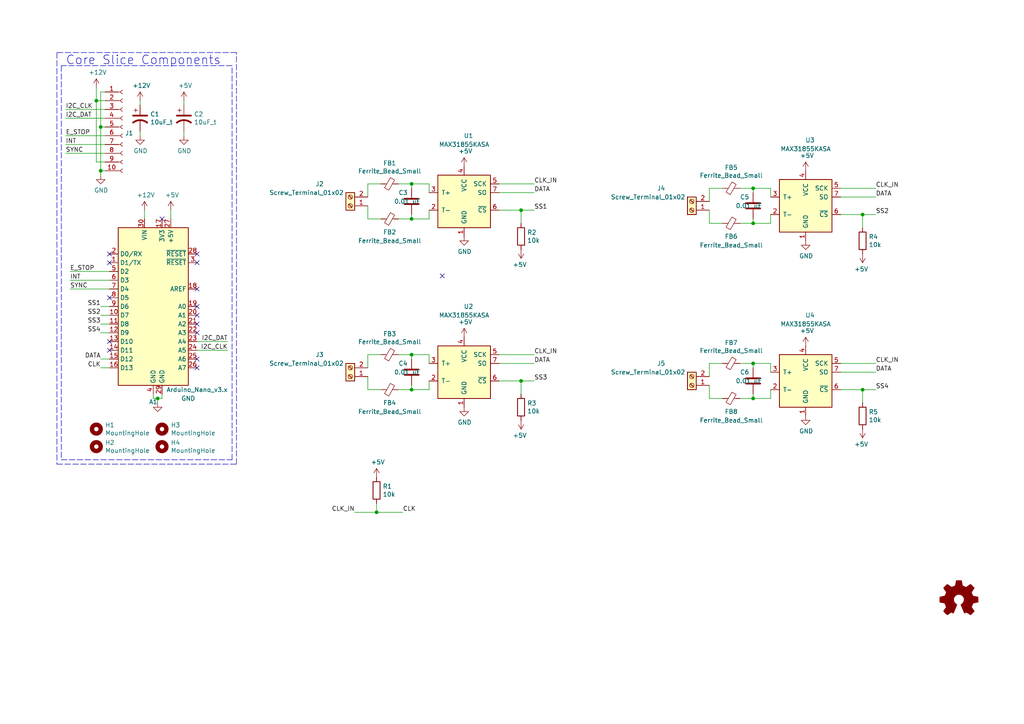
<source format=kicad_sch>
(kicad_sch (version 20231120) (generator "eeschema") (generator_version "8.0")
  (paper "A4")
  (lib_symbols
    (symbol "BREAD_Slice-rescue:10uF_t-OCI_UPL_2_Capacitors" (pin_numbers hide) (pin_names (offset 0.254) hide)
      (property "Reference" "C" (at 0.635 2.54 0))
      (property "Value" "10uF_t-OCI_UPL_2_Capacitors" (at 0.635 -2.54 0))
      (symbol "10uF_t-OCI_UPL_2_Capacitors_0_1"
        (polyline (pts (xy -2.032 0.762) (xy 2.032 0.762)) (stroke (width 0.508)))
        (polyline (pts (xy -1.778 2.286) (xy -0.762 2.286)))
        (polyline (pts (xy -1.27 1.778) (xy -1.27 2.794)))
        (arc (start 2.032 -1.27) (mid 0 -0.5572) (end -2.032 -1.27) (stroke (width 0.508)))
      )
      (symbol "10uF_t-OCI_UPL_2_Capacitors_1_1"
        (pin passive line (at 0 3.81 270) (length 2.794) (name "~") (number "1"))
        (pin passive line (at 0 -3.81 90) (length 3.302) (name "~") (number "2"))
      )
    )
    (symbol "BREAD_Slice-rescue:Ferrite_Bead_Small-Device" (pin_numbers hide) (pin_names (offset 0))
      (property "Reference" "FB" (at 1.905 1.27 0))
      (property "Value" "Ferrite_Bead_Small-Device" (at 1.905 -1.27 0))
      (symbol "Ferrite_Bead_Small-Device_0_1"
        (polyline (pts (xy 0 -1.27) (xy 0 -0.7874)))
        (polyline (pts (xy 0 0.889) (xy 0 1.2954)))
        (polyline (pts (xy -1.8288 0.2794) (xy -1.1176 1.4986) (xy 1.8288 -0.2032) (xy 1.1176 -1.4224) (xy -1.8288 0.2794)))
      )
      (symbol "Ferrite_Bead_Small-Device_1_1"
        (pin passive line (at 0 2.54 270) (length 1.27) (name "~") (number "1"))
        (pin passive line (at 0 -2.54 90) (length 1.27) (name "~") (number "2"))
      )
    )
    (symbol "Connector:Conn_01x10_Female" (pin_names (offset 1.016) hide)
      (property "Reference" "J" (at 0 12.7 0))
      (property "Value" "Conn_01x10_Female" (at 0 -15.24 0))
      (symbol "Conn_01x10_Female_1_1"
        (arc (start 0 -12.192) (mid -0.5058 -12.7) (end 0 -13.208) (stroke (width 0.1524)))
        (arc (start 0 -9.652) (mid -0.5058 -10.16) (end 0 -10.668) (stroke (width 0.1524)))
        (arc (start 0 -7.112) (mid -0.5058 -7.62) (end 0 -8.128) (stroke (width 0.1524)))
        (arc (start 0 -4.572) (mid -0.5058 -5.08) (end 0 -5.588) (stroke (width 0.1524)))
        (arc (start 0 -2.032) (mid -0.5058 -2.54) (end 0 -3.048) (stroke (width 0.1524)))
        (polyline (pts (xy -1.27 -12.7) (xy -0.508 -12.7)) (stroke (width 0.1524)))
        (polyline (pts (xy -1.27 -10.16) (xy -0.508 -10.16)) (stroke (width 0.1524)))
        (polyline (pts (xy -1.27 -7.62) (xy -0.508 -7.62)) (stroke (width 0.1524)))
        (polyline (pts (xy -1.27 -5.08) (xy -0.508 -5.08)) (stroke (width 0.1524)))
        (polyline (pts (xy -1.27 -2.54) (xy -0.508 -2.54)) (stroke (width 0.1524)))
        (polyline (pts (xy -1.27 0) (xy -0.508 0)) (stroke (width 0.1524)))
        (polyline (pts (xy -1.27 2.54) (xy -0.508 2.54)) (stroke (width 0.1524)))
        (polyline (pts (xy -1.27 5.08) (xy -0.508 5.08)) (stroke (width 0.1524)))
        (polyline (pts (xy -1.27 7.62) (xy -0.508 7.62)) (stroke (width 0.1524)))
        (polyline (pts (xy -1.27 10.16) (xy -0.508 10.16)) (stroke (width 0.1524)))
        (arc (start 0 0.508) (mid -0.5058 0) (end 0 -0.508) (stroke (width 0.1524)))
        (arc (start 0 3.048) (mid -0.5058 2.54) (end 0 2.032) (stroke (width 0.1524)))
        (arc (start 0 5.588) (mid -0.5058 5.08) (end 0 4.572) (stroke (width 0.1524)))
        (arc (start 0 8.128) (mid -0.5058 7.62) (end 0 7.112) (stroke (width 0.1524)))
        (arc (start 0 10.668) (mid -0.5058 10.16) (end 0 9.652) (stroke (width 0.1524)))
        (pin passive line (at -5.08 10.16 0) (length 3.81) (name "Pin_1") (number "1"))
        (pin passive line (at -5.08 -12.7 0) (length 3.81) (name "Pin_10") (number "10"))
        (pin passive line (at -5.08 7.62 0) (length 3.81) (name "Pin_2") (number "2"))
        (pin passive line (at -5.08 5.08 0) (length 3.81) (name "Pin_3") (number "3"))
        (pin passive line (at -5.08 2.54 0) (length 3.81) (name "Pin_4") (number "4"))
        (pin passive line (at -5.08 0 0) (length 3.81) (name "Pin_5") (number "5"))
        (pin passive line (at -5.08 -2.54 0) (length 3.81) (name "Pin_6") (number "6"))
        (pin passive line (at -5.08 -5.08 0) (length 3.81) (name "Pin_7") (number "7"))
        (pin passive line (at -5.08 -7.62 0) (length 3.81) (name "Pin_8") (number "8"))
        (pin passive line (at -5.08 -10.16 0) (length 3.81) (name "Pin_9") (number "9"))
      )
    )
    (symbol "Connector:Screw_Terminal_01x02" (pin_names (offset 1.016) hide)
      (property "Reference" "J" (at 0 2.54 0))
      (property "Value" "Screw_Terminal_01x02" (at 0 -5.08 0))
      (symbol "Screw_Terminal_01x02_1_1"
        (rectangle (start -1.27 1.27) (end 1.27 -3.81) (stroke (width 0.254)) (fill (type background)))
        (circle (center 0 -2.54) (radius 0.635) (stroke (width 0.1524)))
        (polyline (pts (xy -0.5334 -2.2098) (xy 0.3302 -3.048)) (stroke (width 0.1524)))
        (polyline (pts (xy -0.5334 0.3302) (xy 0.3302 -0.508)) (stroke (width 0.1524)))
        (polyline (pts (xy -0.3556 -2.032) (xy 0.508 -2.8702)) (stroke (width 0.1524)))
        (polyline (pts (xy -0.3556 0.508) (xy 0.508 -0.3302)) (stroke (width 0.1524)))
        (circle (center 0 0) (radius 0.635) (stroke (width 0.1524)))
        (pin passive line (at -5.08 0 0) (length 3.81) (name "Pin_1") (number "1"))
        (pin passive line (at -5.08 -2.54 0) (length 3.81) (name "Pin_2") (number "2"))
      )
    )
    (symbol "Device:C" (pin_numbers hide) (pin_names (offset 0.254))
      (property "Reference" "C" (at 0.635 2.54 0))
      (property "Value" "C" (at 0.635 -2.54 0))
      (symbol "C_0_1"
        (polyline (pts (xy -2.032 -0.762) (xy 2.032 -0.762)) (stroke (width 0.508)))
        (polyline (pts (xy -2.032 0.762) (xy 2.032 0.762)) (stroke (width 0.508)))
      )
      (symbol "C_1_1"
        (pin passive line (at 0 3.81 270) (length 2.794) (name "~") (number "1"))
        (pin passive line (at 0 -3.81 90) (length 2.794) (name "~") (number "2"))
      )
    )
    (symbol "Device:R" (pin_numbers hide) (pin_names (offset 0))
      (property "Reference" "R" (at 2.032 0 90))
      (property "Value" "R" (at 0 0 90))
      (symbol "R_0_1"
        (rectangle (start -1.016 -2.54) (end 1.016 2.54) (stroke (width 0.254)))
      )
      (symbol "R_1_1"
        (pin passive line (at 0 3.81 270) (length 1.27) (name "~") (number "1"))
        (pin passive line (at 0 -3.81 90) (length 1.27) (name "~") (number "2"))
      )
    )
    (symbol "Graphic:Logo_Open_Hardware_Small" (pin_names (offset 1.016))
      (symbol "Logo_Open_Hardware_Small_0_1"
        (polyline (pts (xy 3.3528 -4.3434) (xy 3.302 -4.318) (xy 3.175 -4.2418) (xy 2.9972 -4.1148) (xy 2.7686 -3.9624) (xy 2.54 -3.81) (xy 2.3622 -3.7084) (xy 2.2352 -3.6068) (xy 2.1844 -3.5814) (xy 2.159 -3.6068) (xy 2.0574 -3.6576) (xy 1.905 -3.7338) (xy 1.8034 -3.7846) (xy 1.6764 -3.8354) (xy 1.6002 -3.8354) (xy 1.6002 -3.8354) (xy 1.5494 -3.7338) (xy 1.4732 -3.5306) (xy 1.3462 -3.302) (xy 1.2446 -3.0226) (xy 1.1176 -2.7178) (xy 0.9652 -2.413) (xy 0.8636 -2.1082) (xy 0.7366 -1.8288) (xy 0.6604 -1.6256) (xy 0.6096 -1.4732) (xy 0.5842 -1.397) (xy 0.5842 -1.397) (xy 0.6604 -1.3208) (xy 0.7874 -1.2446) (xy 1.0414 -1.016) (xy 1.2954 -0.6858) (xy 1.4478 -0.3302) (xy 1.524 0.0762) (xy 1.4732 0.4572) (xy 1.3208 0.8128) (xy 1.0668 1.143) (xy 0.762 1.3716) (xy 0.4064 1.524) (xy 0 1.5748) (xy -0.381 1.5494) (xy -0.7366 1.397) (xy -1.0668 1.143) (xy -1.2192 0.9906) (xy -1.397 0.6604) (xy -1.524 0.3048) (xy -1.524 0.2286) (xy -1.4986 -0.1778) (xy -1.397 -0.5334) (xy -1.1938 -0.8636) (xy -0.9144 -1.143) (xy -0.8636 -1.1684) (xy -0.7366 -1.27) (xy -0.635 -1.3462) (xy -0.5842 -1.397) (xy -1.0668 -2.5908) (xy -1.143 -2.794) (xy -1.2954 -3.1242) (xy -1.397 -3.4036) (xy -1.4986 -3.6322) (xy -1.5748 -3.7846) (xy -1.6002 -3.8354) (xy -1.6002 -3.8354) (xy -1.651 -3.8354) (xy -1.7272 -3.81) (xy -1.905 -3.7338) (xy -2.0066 -3.683) (xy -2.1336 -3.6068) (xy -2.2098 -3.5814) (xy -2.2606 -3.6068) (xy -2.3622 -3.683) (xy -2.54 -3.81) (xy -2.7686 -3.9624) (xy -2.9718 -4.0894) (xy -3.1496 -4.2164) (xy -3.302 -4.318) (xy -3.3528 -4.3434) (xy -3.3782 -4.3434) (xy -3.429 -4.318) (xy -3.5306 -4.2164) (xy -3.7084 -4.064) (xy -3.937 -3.8354) (xy -3.9624 -3.81) (xy -4.1656 -3.6068) (xy -4.318 -3.4544) (xy -4.4196 -3.3274) (xy -4.445 -3.2766) (xy -4.445 -3.2766) (xy -4.4196 -3.2258) (xy -4.318 -3.0734) (xy -4.2164 -2.8956) (xy -4.064 -2.667) (xy -3.6576 -2.0828) (xy -3.8862 -1.5494) (xy -3.937 -1.3716) (xy -4.0386 -1.1684) (xy -4.0894 -1.0414) (xy -4.1148 -0.9652) (xy -4.191 -0.9398) (xy -4.318 -0.9144) (xy -4.5466 -0.8636) (xy -4.8006 -0.8128) (xy -5.0546 -0.7874) (xy -5.2578 -0.7366) (xy -5.4356 -0.7112) (xy -5.5118 -0.6858) (xy -5.5118 -0.6858) (xy -5.5372 -0.635) (xy -5.5372 -0.5588) (xy -5.5372 -0.4318) (xy -5.5626 -0.2286) (xy -5.5626 0.0762) (xy -5.5626 0.127) (xy -5.5372 0.4064) (xy -5.5372 0.635) (xy -5.5372 0.762) (xy -5.5372 0.8382) (xy -5.5372 0.8382) (xy -5.461 0.8382) (xy -5.3086 0.889) (xy -5.08 0.9144) (xy -4.826 0.9652) (xy -4.8006 0.9906) (xy -4.5466 1.0414) (xy -4.318 1.0668) (xy -4.1656 1.1176) (xy -4.0894 1.143) (xy -4.0894 1.143) (xy -4.0386 1.2446) (xy -3.9624 1.4224) (xy -3.8608 1.6256) (xy -3.7846 1.8288) (xy -3.7084 2.0066) (xy -3.6576 2.159) (xy -3.6322 2.2098) (xy -3.6322 2.2098) (xy -3.683 2.286) (xy -3.7592 2.413) (xy -3.8862 2.5908) (xy -4.064 2.8194) (xy -4.064 2.8448) (xy -4.2164 3.0734) (xy -4.3434 3.2512) (xy -4.4196 3.3782) (xy -4.445 3.4544) (xy -4.445 3.4544) (xy -4.3942 3.5052) (xy -4.2926 3.6322) (xy -4.1148 3.81) (xy -3.937 4.0132) (xy -3.8608 4.064) (xy -3.6576 4.2926) (xy -3.5052 4.4196) (xy -3.4036 4.4958) (xy -3.3528 4.5212) (xy -3.3528 4.5212) (xy -3.302 4.4704) (xy -3.1496 4.3688) (xy -2.9718 4.2418) (xy -2.7432 4.0894) (xy -2.7178 4.0894) (xy -2.4892 3.937) (xy -2.3114 3.81) (xy -2.1844 3.7084) (xy -2.1336 3.683) (xy -2.1082 3.683) (xy -2.032 3.7084) (xy -1.8542 3.7592) (xy -1.6764 3.8354) (xy -1.4732 3.937) (xy -1.27 4.0132) (xy -1.143 4.064) (xy -1.0668 4.1148) (xy -1.0668 4.1148) (xy -1.0414 4.191) (xy -1.016 4.3434) (xy -0.9652 4.572) (xy -0.9144 4.8514) (xy -0.889 4.9022) (xy -0.8382 5.1562) (xy -0.8128 5.3848) (xy -0.7874 5.5372) (xy -0.762 5.588) (xy -0.7112 5.6134) (xy -0.5842 5.6134) (xy -0.4064 5.6134) (xy -0.1524 5.6134) (xy 0.0762 5.6134) (xy 0.3302 5.6134) (xy 0.5334 5.6134) (xy 0.6858 5.588) (xy 0.7366 5.588) (xy 0.7366 5.588) (xy 0.762 5.5118) (xy 0.8128 5.334) (xy 0.8382 5.1054) (xy 0.9144 4.826) (xy 0.9144 4.7752) (xy 0.9652 4.5212) (xy 1.016 4.2926) (xy 1.0414 4.1402) (xy 1.0668 4.0894) (xy 1.0668 4.0894) (xy 1.1938 4.0386) (xy 1.3716 3.9624) (xy 1.5748 3.8608) (xy 2.0828 3.6576) (xy 2.7178 4.0894) (xy 2.7686 4.1402) (xy 2.9972 4.2926) (xy 3.175 4.4196) (xy 3.302 4.4958) (xy 3.3782 4.5212) (xy 3.3782 4.5212) (xy 3.429 4.4704) (xy 3.556 4.3434) (xy 3.7338 4.191) (xy 3.9116 3.9878) (xy 4.064 3.8354) (xy 4.2418 3.6576) (xy 4.3434 3.556) (xy 4.4196 3.4798) (xy 4.4196 3.429) (xy 4.4196 3.4036) (xy 4.3942 3.3274) (xy 4.2926 3.2004) (xy 4.1656 2.9972) (xy 4.0132 2.794) (xy 3.8862 2.5908) (xy 3.7592 2.3876) (xy 3.6576 2.2352) (xy 3.6322 2.159) (xy 3.6322 2.1336) (xy 3.683 2.0066) (xy 3.7592 1.8288) (xy 3.8608 1.6002) (xy 4.064 1.1176) (xy 4.3942 1.0414) (xy 4.5974 1.016) (xy 4.8768 0.9652) (xy 5.1308 0.9144) (xy 5.5372 0.8382) (xy 5.5626 -0.6604) (xy 5.4864 -0.6858) (xy 5.4356 -0.6858) (xy 5.2832 -0.7366) (xy 5.0546 -0.762) (xy 4.8006 -0.8128) (xy 4.5974 -0.8636) (xy 4.3688 -0.9144) (xy 4.2164 -0.9398) (xy 4.1402 -0.9398) (xy 4.1148 -0.9652) (xy 4.064 -1.0668) (xy 3.9878 -1.2446) (xy 3.9116 -1.4478) (xy 3.81 -1.651) (xy 3.7338 -1.8542) (xy 3.683 -2.0066) (xy 3.6576 -2.0828) (xy 3.683 -2.1336) (xy 3.7846 -2.2606) (xy 3.8862 -2.4638) (xy 4.0386 -2.667) (xy 4.191 -2.8956) (xy 4.318 -3.0734) (xy 4.3942 -3.2004) (xy 4.445 -3.2766) (xy 4.4196 -3.3274) (xy 4.3434 -3.429) (xy 4.1656 -3.5814) (xy 3.937 -3.8354) (xy 3.8862 -3.8608) (xy 3.683 -4.064) (xy 3.5306 -4.2164) (xy 3.4036 -4.318) (xy 3.3528 -4.3434)) (fill (type outline)))
      )
    )
    (symbol "MCU_Module:Arduino_Nano_v3.x"
      (property "Reference" "A" (at -10.16 23.495 0))
      (property "Value" "Arduino_Nano_v3.x" (at 5.08 -24.13 0))
      (symbol "Arduino_Nano_v3.x_0_1"
        (rectangle (start -10.16 22.86) (end 10.16 -22.86) (stroke (width 0.254)) (fill (type background)))
      )
      (symbol "Arduino_Nano_v3.x_1_1"
        (pin bidirectional line (at -12.7 12.7 0) (length 2.54) (name "D1/TX") (number "1"))
        (pin bidirectional line (at -12.7 -2.54 0) (length 2.54) (name "D7") (number "10"))
        (pin bidirectional line (at -12.7 -5.08 0) (length 2.54) (name "D8") (number "11"))
        (pin bidirectional line (at -12.7 -7.62 0) (length 2.54) (name "D9") (number "12"))
        (pin bidirectional line (at -12.7 -10.16 0) (length 2.54) (name "D10") (number "13"))
        (pin bidirectional line (at -12.7 -12.7 0) (length 2.54) (name "D11") (number "14"))
        (pin bidirectional line (at -12.7 -15.24 0) (length 2.54) (name "D12") (number "15"))
        (pin bidirectional line (at -12.7 -17.78 0) (length 2.54) (name "D13") (number "16"))
        (pin power_out line (at 2.54 25.4 270) (length 2.54) (name "3V3") (number "17"))
        (pin input line (at 12.7 5.08 180) (length 2.54) (name "AREF") (number "18"))
        (pin bidirectional line (at 12.7 0 180) (length 2.54) (name "A0") (number "19"))
        (pin bidirectional line (at -12.7 15.24 0) (length 2.54) (name "D0/RX") (number "2"))
        (pin bidirectional line (at 12.7 -2.54 180) (length 2.54) (name "A1") (number "20"))
        (pin bidirectional line (at 12.7 -5.08 180) (length 2.54) (name "A2") (number "21"))
        (pin bidirectional line (at 12.7 -7.62 180) (length 2.54) (name "A3") (number "22"))
        (pin bidirectional line (at 12.7 -10.16 180) (length 2.54) (name "A4") (number "23"))
        (pin bidirectional line (at 12.7 -12.7 180) (length 2.54) (name "A5") (number "24"))
        (pin bidirectional line (at 12.7 -15.24 180) (length 2.54) (name "A6") (number "25"))
        (pin bidirectional line (at 12.7 -17.78 180) (length 2.54) (name "A7") (number "26"))
        (pin power_out line (at 5.08 25.4 270) (length 2.54) (name "+5V") (number "27"))
        (pin input line (at 12.7 15.24 180) (length 2.54) (name "~{RESET}") (number "28"))
        (pin power_in line (at 2.54 -25.4 90) (length 2.54) (name "GND") (number "29"))
        (pin input line (at 12.7 12.7 180) (length 2.54) (name "~{RESET}") (number "3"))
        (pin power_in line (at -2.54 25.4 270) (length 2.54) (name "VIN") (number "30"))
        (pin power_in line (at 0 -25.4 90) (length 2.54) (name "GND") (number "4"))
        (pin bidirectional line (at -12.7 10.16 0) (length 2.54) (name "D2") (number "5"))
        (pin bidirectional line (at -12.7 7.62 0) (length 2.54) (name "D3") (number "6"))
        (pin bidirectional line (at -12.7 5.08 0) (length 2.54) (name "D4") (number "7"))
        (pin bidirectional line (at -12.7 2.54 0) (length 2.54) (name "D5") (number "8"))
        (pin bidirectional line (at -12.7 0 0) (length 2.54) (name "D6") (number "9"))
      )
    )
    (symbol "Mechanical:MountingHole" (pin_names (offset 1.016))
      (property "Reference" "H" (at 0 5.08 0))
      (property "Value" "MountingHole" (at 0 3.175 0))
      (symbol "MountingHole_0_1"
        (circle (center 0 0) (radius 1.27) (stroke (width 1.27)))
      )
    )
    (symbol "Sensor_Temperature:MAX31855KASA" (pin_names (offset 1.016))
      (property "Reference" "U" (at -7.62 8.89 0))
      (property "Value" "MAX31855KASA" (at 1.27 8.89 0))
      (symbol "MAX31855KASA_0_1"
        (rectangle (start -7.62 7.62) (end 7.62 -7.62) (stroke (width 0.254)) (fill (type background)))
      )
      (symbol "MAX31855KASA_1_1"
        (pin power_in line (at 0 -10.16 90) (length 2.54) (name "GND") (number "1"))
        (pin passive line (at -10.16 -2.54 0) (length 2.54) (name "T-") (number "2"))
        (pin passive line (at -10.16 2.54 0) (length 2.54) (name "T+") (number "3"))
        (pin power_in line (at 0 10.16 270) (length 2.54) (name "VCC") (number "4"))
        (pin input line (at 10.16 5.08 180) (length 2.54) (name "SCK") (number "5"))
        (pin input line (at 10.16 -2.54 180) (length 2.54) (name "~{CS}") (number "6"))
        (pin tri_state line (at 10.16 2.54 180) (length 2.54) (name "SO") (number "7"))
      )
    )
    (symbol "power:+12V" (power) (pin_names (offset 0))
      (property "Value" "+12V" (at 0 3.556 0))
      (symbol "+12V_0_1"
        (polyline (pts (xy -0.762 1.27) (xy 0 2.54)))
        (polyline (pts (xy 0 0) (xy 0 2.54)))
        (polyline (pts (xy 0 2.54) (xy 0.762 1.27)))
      )
      (symbol "+12V_1_1"
        (pin power_in line (at 0 0 90) (length 0) hide (name "+12V") (number "1"))
      )
    )
    (symbol "power:+5V" (power) (pin_names (offset 0))
      (property "Value" "+5V" (at 0 3.556 0))
      (symbol "+5V_0_1"
        (polyline (pts (xy -0.762 1.27) (xy 0 2.54)))
        (polyline (pts (xy 0 0) (xy 0 2.54)))
        (polyline (pts (xy 0 2.54) (xy 0.762 1.27)))
      )
      (symbol "+5V_1_1"
        (pin power_in line (at 0 0 90) (length 0) hide (name "+5V") (number "1"))
      )
    )
    (symbol "power:GND" (power) (pin_names (offset 0))
      (property "Value" "GND" (at 0 -3.81 0))
      (symbol "GND_0_1"
        (polyline (pts (xy 0 0) (xy 0 -1.27) (xy 1.27 -1.27) (xy 0 -2.54) (xy -1.27 -1.27) (xy 0 -1.27)))
      )
      (symbol "GND_1_1"
        (pin power_in line (at 0 0 270) (length 0) hide (name "GND") (number "1"))
      )
    )
  )
  (junction (at 218.44 54.61))
  (junction (at 119.38 63.5))
  (junction (at 250.19 113.03))
  (junction (at 119.38 53.34))
  (junction (at 27.94 29.21))
  (junction (at 250.19 62.23))
  (junction (at 119.38 113.03))
  (junction (at 151.13 60.96))
  (junction (at 218.44 64.77))
  (junction (at 29.21 49.53))
  (junction (at 45.72 115.57))
  (junction (at 218.44 105.41))
  (junction (at 119.38 102.87))
  (junction (at 218.44 115.57))
  (junction (at 151.13 110.49))
  (junction (at 29.21 36.83))
  (junction (at 109.22 148.59))
  (no_connect (at 57.15 73.66))
  (no_connect (at 57.15 83.82))
  (no_connect (at 57.15 76.2))
  (no_connect (at 31.75 86.36))
  (no_connect (at 31.75 101.6))
  (no_connect (at 31.75 76.2))
  (no_connect (at 57.15 104.14))
  (no_connect (at 31.75 99.06))
  (no_connect (at 31.75 73.66))
  (no_connect (at 57.15 96.52))
  (no_connect (at 57.15 93.98))
  (no_connect (at 57.15 106.68))
  (no_connect (at 128.27 80.01))
  (no_connect (at 57.15 88.9))
  (no_connect (at 46.99 63.5))
  (no_connect (at 57.15 91.44))
  (wire (pts (xy 109.22 146.05) (xy 109.22 148.59)))
  (wire (pts (xy 106.68 63.5) (xy 110.49 63.5)))
  (wire (pts (xy 106.68 53.34) (xy 110.49 53.34)))
  (wire (pts (xy 214.63 64.77) (xy 218.44 64.77)))
  (wire (pts (xy 154.94 105.41) (xy 144.78 105.41)))
  (wire (pts (xy 144.78 110.49) (xy 151.13 110.49)))
  (wire (pts (xy 29.21 49.53) (xy 29.21 36.83)))
  (wire (pts (xy 44.45 115.57) (xy 45.72 115.57)))
  (wire (pts (xy 31.75 78.74) (xy 20.32 78.74)))
  (wire (pts (xy 30.48 39.37) (xy 19.05 39.37)))
  (polyline (pts (xy 16.51 15.24) (xy 16.51 134.62)) (stroke (width 0) (type dash)))
  (wire (pts (xy 29.21 88.9) (xy 31.75 88.9)))
  (wire (pts (xy 223.52 54.61) (xy 218.44 54.61)))
  (wire (pts (xy 29.21 50.8) (xy 29.21 49.53)))
  (wire (pts (xy 205.74 109.22) (xy 205.74 105.41)))
  (wire (pts (xy 124.46 55.88) (xy 124.46 53.34)))
  (wire (pts (xy 205.74 64.77) (xy 209.55 64.77)))
  (wire (pts (xy 144.78 60.96) (xy 151.13 60.96)))
  (wire (pts (xy 27.94 46.99) (xy 27.94 29.21)))
  (wire (pts (xy 254 105.41) (xy 243.84 105.41)))
  (wire (pts (xy 19.05 41.91) (xy 30.48 41.91)))
  (wire (pts (xy 151.13 114.3) (xy 151.13 110.49)))
  (wire (pts (xy 115.57 102.87) (xy 119.38 102.87)))
  (polyline (pts (xy 17.78 19.05) (xy 17.78 133.35)) (stroke (width 0) (type dash)))
  (wire (pts (xy 154.94 102.87) (xy 144.78 102.87)))
  (wire (pts (xy 115.57 113.03) (xy 119.38 113.03)))
  (wire (pts (xy 29.21 36.83) (xy 29.21 26.67)))
  (wire (pts (xy 223.52 115.57) (xy 218.44 115.57)))
  (wire (pts (xy 45.72 115.57) (xy 45.72 116.84)))
  (wire (pts (xy 124.46 60.96) (xy 124.46 63.5)))
  (wire (pts (xy 243.84 113.03) (xy 250.19 113.03)))
  (wire (pts (xy 45.72 115.57) (xy 46.99 115.57)))
  (wire (pts (xy 205.74 111.76) (xy 205.74 115.57)))
  (wire (pts (xy 154.94 55.88) (xy 144.78 55.88)))
  (wire (pts (xy 218.44 115.57) (xy 218.44 114.3)))
  (wire (pts (xy 40.64 39.37) (xy 40.64 38.1)))
  (wire (pts (xy 124.46 53.34) (xy 119.38 53.34)))
  (wire (pts (xy 31.75 104.14) (xy 29.21 104.14)))
  (wire (pts (xy 119.38 53.34) (xy 119.38 54.61)))
  (wire (pts (xy 27.94 29.21) (xy 30.48 29.21)))
  (polyline (pts (xy 67.31 19.05) (xy 17.78 19.05)) (stroke (width 0) (type dash)))
  (wire (pts (xy 30.48 46.99) (xy 27.94 46.99)))
  (wire (pts (xy 151.13 60.96) (xy 154.94 60.96)))
  (wire (pts (xy 205.74 115.57) (xy 209.55 115.57)))
  (wire (pts (xy 66.04 99.06) (xy 57.15 99.06)))
  (wire (pts (xy 53.34 39.37) (xy 53.34 38.1)))
  (polyline (pts (xy 17.78 133.35) (xy 67.31 133.35)) (stroke (width 0) (type dash)))
  (wire (pts (xy 29.21 93.98) (xy 31.75 93.98)))
  (wire (pts (xy 205.74 60.96) (xy 205.74 64.77)))
  (wire (pts (xy 124.46 105.41) (xy 124.46 102.87)))
  (wire (pts (xy 154.94 53.34) (xy 144.78 53.34)))
  (wire (pts (xy 254 54.61) (xy 243.84 54.61)))
  (wire (pts (xy 40.64 30.48) (xy 40.64 29.21)))
  (wire (pts (xy 115.57 53.34) (xy 119.38 53.34)))
  (wire (pts (xy 44.45 114.3) (xy 44.45 115.57)))
  (wire (pts (xy 19.05 44.45) (xy 30.48 44.45)))
  (wire (pts (xy 27.94 25.4) (xy 27.94 29.21)))
  (wire (pts (xy 119.38 113.03) (xy 119.38 111.76)))
  (wire (pts (xy 106.68 102.87) (xy 110.49 102.87)))
  (wire (pts (xy 115.57 63.5) (xy 119.38 63.5)))
  (wire (pts (xy 57.15 101.6) (xy 66.04 101.6)))
  (wire (pts (xy 46.99 115.57) (xy 46.99 114.3)))
  (wire (pts (xy 214.63 115.57) (xy 218.44 115.57)))
  (wire (pts (xy 106.68 59.69) (xy 106.68 63.5)))
  (wire (pts (xy 243.84 62.23) (xy 250.19 62.23)))
  (wire (pts (xy 29.21 96.52) (xy 31.75 96.52)))
  (wire (pts (xy 53.34 30.48) (xy 53.34 29.21)))
  (wire (pts (xy 124.46 110.49) (xy 124.46 113.03)))
  (polyline (pts (xy 68.58 134.62) (xy 68.58 15.24)) (stroke (width 0) (type dash)))
  (wire (pts (xy 30.48 49.53) (xy 29.21 49.53)))
  (wire (pts (xy 223.52 113.03) (xy 223.52 115.57)))
  (wire (pts (xy 214.63 54.61) (xy 218.44 54.61)))
  (wire (pts (xy 20.32 81.28) (xy 31.75 81.28)))
  (wire (pts (xy 119.38 63.5) (xy 119.38 62.23)))
  (wire (pts (xy 218.44 54.61) (xy 218.44 55.88)))
  (wire (pts (xy 106.68 109.22) (xy 106.68 113.03)))
  (wire (pts (xy 218.44 105.41) (xy 218.44 106.68)))
  (wire (pts (xy 30.48 31.75) (xy 19.05 31.75)))
  (wire (pts (xy 250.19 116.84) (xy 250.19 113.03)))
  (wire (pts (xy 30.48 36.83) (xy 29.21 36.83)))
  (wire (pts (xy 205.74 105.41) (xy 209.55 105.41)))
  (wire (pts (xy 250.19 66.04) (xy 250.19 62.23)))
  (wire (pts (xy 205.74 54.61) (xy 209.55 54.61)))
  (wire (pts (xy 119.38 102.87) (xy 119.38 104.14)))
  (polyline (pts (xy 16.51 134.62) (xy 68.58 134.62)) (stroke (width 0) (type dash)))
  (wire (pts (xy 124.46 63.5) (xy 119.38 63.5)))
  (wire (pts (xy 151.13 64.77) (xy 151.13 60.96)))
  (wire (pts (xy 49.53 60.96) (xy 49.53 63.5)))
  (wire (pts (xy 109.22 148.59) (xy 116.84 148.59)))
  (polyline (pts (xy 67.31 133.35) (xy 67.31 19.05)) (stroke (width 0) (type dash)))
  (wire (pts (xy 151.13 110.49) (xy 154.94 110.49)))
  (wire (pts (xy 29.21 26.67) (xy 30.48 26.67)))
  (wire (pts (xy 41.91 60.96) (xy 41.91 63.5)))
  (wire (pts (xy 106.68 57.15) (xy 106.68 53.34)))
  (wire (pts (xy 254 107.95) (xy 243.84 107.95)))
  (wire (pts (xy 250.19 113.03) (xy 254 113.03)))
  (wire (pts (xy 29.21 91.44) (xy 31.75 91.44)))
  (wire (pts (xy 124.46 102.87) (xy 119.38 102.87)))
  (wire (pts (xy 218.44 64.77) (xy 218.44 63.5)))
  (wire (pts (xy 106.68 106.68) (xy 106.68 102.87)))
  (wire (pts (xy 20.32 83.82) (xy 31.75 83.82)))
  (wire (pts (xy 102.87 148.59) (xy 109.22 148.59)))
  (polyline (pts (xy 68.58 15.24) (xy 16.51 15.24)) (stroke (width 0) (type dash)))
  (wire (pts (xy 250.19 62.23) (xy 254 62.23)))
  (wire (pts (xy 223.52 62.23) (xy 223.52 64.77)))
  (wire (pts (xy 223.52 64.77) (xy 218.44 64.77)))
  (wire (pts (xy 31.75 106.68) (xy 29.21 106.68)))
  (wire (pts (xy 205.74 58.42) (xy 205.74 54.61)))
  (wire (pts (xy 223.52 57.15) (xy 223.52 54.61)))
  (wire (pts (xy 214.63 105.41) (xy 218.44 105.41)))
  (wire (pts (xy 124.46 113.03) (xy 119.38 113.03)))
  (wire (pts (xy 254 57.15) (xy 243.84 57.15)))
  (wire (pts (xy 223.52 107.95) (xy 223.52 105.41)))
  (wire (pts (xy 19.05 34.29) (xy 30.48 34.29)))
  (wire (pts (xy 106.68 113.03) (xy 110.49 113.03)))
  (wire (pts (xy 223.52 105.41) (xy 218.44 105.41)))
  (text "Core Slice Components" (at 19.05 19.05 0) (effects (font (size 2.54 2.54)) (justify left bottom)))
  (label "INT" (at 19.05 41.91 0))
  (label "CLK_IN" (at 254 105.41 0))
  (label "SYNC" (at 19.05 44.45 0))
  (label "CLK" (at 116.84 148.59 0))
  (label "DATA" (at 254 57.15 0))
  (label "E_STOP" (at 20.32 78.74 0))
  (label "SS3" (at 29.21 93.98 180))
  (label "DATA" (at 254 107.95 0))
  (label "I2C_CLK" (at 19.05 31.75 0))
  (label "SYNC" (at 20.32 83.82 0))
  (label "CLK_IN" (at 154.94 53.34 0))
  (label "I2C_DAT" (at 19.05 34.29 0))
  (label "DATA" (at 154.94 105.41 0))
  (label "SS4" (at 254 113.03 0))
  (label "SS2" (at 29.21 91.44 180))
  (label "I2C_CLK" (at 66.04 101.6 180))
  (label "SS3" (at 154.94 110.49 0))
  (label "CLK" (at 29.21 106.68 180))
  (label "INT" (at 20.32 81.28 0))
  (label "DATA" (at 29.21 104.14 180))
  (label "DATA" (at 154.94 55.88 0))
  (label "I2C_DAT" (at 66.04 99.06 180))
  (label "CLK_IN" (at 102.87 148.59 180))
  (label "E_STOP" (at 19.05 39.37 0))
  (label "CLK_IN" (at 254 54.61 0))
  (label "SS4" (at 29.21 96.52 180))
  (label "SS1" (at 154.94 60.96 0))
  (label "SS2" (at 254 62.23 0))
  (label "SS1" (at 29.21 88.9 180))
  (label "CLK_IN" (at 154.94 102.87 0))
  (symbol (lib_id "power:GND") (at 45.72 116.84 0) (unit 1)
    (property "Reference" "#PWR06" (effects (hide yes)))
    (property "Value" "GND" (at 54.61 115.57 0))
  )
  (symbol (lib_id "power:+5V") (at 49.53 60.96 0) (unit 1)
    (property "Reference" "#PWR07" (effects (hide yes)))
    (property "Value" "+5V" (at 49.911 56.5658 0))
  )
  (symbol (lib_id "power:+12V") (at 41.91 60.96 0) (unit 1)
    (property "Reference" "#PWR05" (effects (hide yes)))
    (property "Value" "+12V" (at 42.291 56.5658 0))
  )
  (symbol (lib_id "BREAD_Slice-rescue:10uF_t-OCI_UPL_2_Capacitors") (at 40.64 34.29 0) (unit 1)
    (property "Reference" "C1" (at 43.561 33.1216 0) (effects (justify left)))
    (property "Value" "10uF_t" (at 43.561 35.433 0) (effects (justify left)))
    (property "Footprint" "OCI_UPL_FOOTPRINTS:C_2312" (effects (hide yes)))
    (property "Datasheet" "https://www.digikey.com/short/qcd8n7" (effects (hide yes)))
    (property "Part #" "T491C106K025AT" (effects (hide yes)))
    (property "UPL #" "2.021" (effects (hide yes)))
  )
  (symbol (lib_id "power:GND") (at 40.64 39.37 0) (unit 1)
    (property "Reference" "#PWR04" (effects (hide yes)))
    (property "Value" "GND" (at 40.767 43.7642 0))
  )
  (symbol (lib_id "Mechanical:MountingHole") (at 27.94 124.46 0) (unit 1)
    (property "Reference" "H1" (at 30.48 123.2916 0) (effects (justify left)))
    (property "Value" "MountingHole" (at 30.48 125.603 0) (effects (justify left)))
    (property "Footprint" "MountingHole:MountingHole_3.2mm_M3_DIN965_Pad" (effects (hide yes)))
  )
  (symbol (lib_id "Mechanical:MountingHole") (at 46.99 124.46 0) (unit 1)
    (property "Reference" "H3" (at 49.53 123.2916 0) (effects (justify left)))
    (property "Value" "MountingHole" (at 49.53 125.603 0) (effects (justify left)))
    (property "Footprint" "MountingHole:MountingHole_3.2mm_M3_DIN965_Pad" (effects (hide yes)))
  )
  (symbol (lib_id "Mechanical:MountingHole") (at 27.94 129.54 0) (unit 1)
    (property "Reference" "H2" (at 30.48 128.3716 0) (effects (justify left)))
    (property "Value" "MountingHole" (at 30.48 130.683 0) (effects (justify left)))
    (property "Footprint" "MountingHole:MountingHole_3.2mm_M3_DIN965_Pad" (effects (hide yes)))
  )
  (symbol (lib_id "Mechanical:MountingHole") (at 46.99 129.54 0) (unit 1)
    (property "Reference" "H4" (at 49.53 128.3716 0) (effects (justify left)))
    (property "Value" "MountingHole" (at 49.53 130.683 0) (effects (justify left)))
    (property "Footprint" "MountingHole:MountingHole_3.2mm_M3_DIN965_Pad" (effects (hide yes)))
  )
  (symbol (lib_id "MCU_Module:Arduino_Nano_v3.x") (at 44.45 88.9 0) (unit 1)
    (property "Reference" "A1" (at 44.45 116.5606 0))
    (property "Value" "Arduino_Nano_v3.x" (at 57.15 113.03 0))
    (property "Footprint" "Module:Arduino_Nano" (effects (hide yes)))
    (property "Datasheet" "http://www.mouser.com/pdfdocs/Gravitech_Arduino_Nano3_0.pdf" (effects (hide yes)))
  )
  (symbol (lib_id "Graphic:Logo_Open_Hardware_Small") (at 278.13 173.99 0) (unit 1)
    (property "Reference" "Logo1" (effects (hide yes)))
    (property "Value" "Logo_Open_Hardware_Small" (effects (hide yes)))
    (property "Footprint" "Symbol:OSHW-Symbol_6.7x6mm_SilkScreen" (effects (hide yes)))
  )
  (symbol (lib_id "Connector:Conn_01x10_Female") (at 35.56 36.83 0) (unit 1)
    (property "Reference" "J1" (at 36.2712 38.608 0) (effects (justify left)))
    (property "Value" "Conn_01x10_Female" (effects (hide yes)))
    (property "Footprint" "Connector_PinSocket_2.54mm:PinSocket_1x10_P2.54mm_Horizontal" (effects (hide yes)))
  )
  (symbol (lib_id "power:+12V") (at 27.94 25.4 0) (unit 1)
    (property "Reference" "#PWR01" (effects (hide yes)))
    (property "Value" "+12V" (at 28.321 21.0058 0))
  )
  (symbol (lib_id "power:GND") (at 29.21 50.8 0) (unit 1)
    (property "Reference" "#PWR02" (effects (hide yes)))
    (property "Value" "GND" (at 29.337 55.1942 0))
  )
  (symbol (lib_id "power:+12V") (at 40.64 29.21 0) (unit 1)
    (property "Reference" "#PWR03" (effects (hide yes)))
    (property "Value" "+12V" (at 41.021 24.8158 0))
  )
  (symbol (lib_id "BREAD_Slice-rescue:10uF_t-OCI_UPL_2_Capacitors") (at 53.34 34.29 0) (unit 1)
    (property "Reference" "C2" (at 56.261 33.1216 0) (effects (justify left)))
    (property "Value" "10uF_t" (at 56.261 35.433 0) (effects (justify left)))
    (property "Footprint" "OCI_UPL_FOOTPRINTS:C_2312" (effects (hide yes)))
    (property "Datasheet" "https://www.digikey.com/short/qcd8n7" (effects (hide yes)))
    (property "Part #" "T491C106K025AT" (effects (hide yes)))
    (property "UPL #" "2.021" (effects (hide yes)))
  )
  (symbol (lib_id "power:GND") (at 53.34 39.37 0) (unit 1)
    (property "Reference" "#PWR09" (effects (hide yes)))
    (property "Value" "GND" (at 53.467 43.7642 0))
  )
  (symbol (lib_id "power:+5V") (at 53.34 29.21 0) (unit 1)
    (property "Reference" "#PWR08" (effects (hide yes)))
    (property "Value" "+5V" (at 53.721 24.8158 0))
  )
  (symbol (lib_id "Sensor_Temperature:MAX31855KASA") (at 134.62 58.42 0) (unit 1)
    (property "Reference" "U1" (at 135.89 39.37 0))
    (property "Value" "MAX31855KASA" (at 134.62 41.91 0))
    (property "Footprint" "Package_SO:SOIC-8_3.9x4.9mm_P1.27mm" (effects (hide yes)))
    (property "Datasheet" "http://datasheets.maximintegrated.com/en/ds/MAX31855.pdf" (effects (hide yes)))
  )
  (symbol (lib_id "BREAD_Slice-rescue:Ferrite_Bead_Small-Device") (at 113.03 53.34 90) (unit 1)
    (property "Reference" "FB1" (at 113.03 47.3202 90))
    (property "Value" "Ferrite_Bead_Small" (at 113.03 49.6316 90))
    (property "Footprint" "Resistor_SMD:R_1206_3216Metric_Pad1.30x1.75mm_HandSolder" (effects (hide yes)))
  )
  (symbol (lib_id "BREAD_Slice-rescue:Ferrite_Bead_Small-Device") (at 113.03 63.5 90) (unit 1)
    (property "Reference" "FB2" (at 113.03 67.31 90))
    (property "Value" "Ferrite_Bead_Small" (at 113.03 69.85 90))
    (property "Footprint" "Resistor_SMD:R_1206_3216Metric_Pad1.30x1.75mm_HandSolder" (effects (hide yes)))
  )
  (symbol (lib_id "Device:C") (at 119.38 58.42 0) (unit 1)
    (property "Reference" "C3" (at 115.57 55.88 0) (effects (justify left)))
    (property "Value" "0.01 uF" (at 114.3 58.42 0) (effects (justify left)))
    (property "Footprint" "Capacitor_SMD:C_1206_3216Metric_Pad1.33x1.80mm_HandSolder" (effects (hide yes)))
  )
  (symbol (lib_id "Connector:Screw_Terminal_01x02") (at 101.6 59.69 180) (unit 1)
    (property "Reference" "J2" (at 92.71 53.34 0))
    (property "Value" "Screw_Terminal_01x02" (at 88.9 55.88 0))
    (property "Footprint" "TerminalBlock_TE-Connectivity:TerminalBlock_TE_282834-2_1x02_P2.54mm_Horizontal" (effects (hide yes)))
  )
  (symbol (lib_id "Device:R") (at 151.13 68.58 0) (unit 1)
    (property "Reference" "R2" (at 152.908 67.4116 0) (effects (justify left)))
    (property "Value" "10k" (at 152.908 69.723 0) (effects (justify left)))
    (property "Footprint" "Resistor_SMD:R_1206_3216Metric_Pad1.30x1.75mm_HandSolder" (effects (hide yes)))
  )
  (symbol (lib_id "power:GND") (at 134.62 68.58 0) (unit 1)
    (property "Reference" "#PWR012" (effects (hide yes)))
    (property "Value" "GND" (at 134.747 72.9742 0))
  )
  (symbol (lib_id "Sensor_Temperature:MAX31855KASA") (at 233.68 59.69 0) (unit 1)
    (property "Reference" "U3" (at 234.95 40.64 0))
    (property "Value" "MAX31855KASA" (at 233.68 43.18 0))
    (property "Footprint" "Package_SO:SOIC-8_3.9x4.9mm_P1.27mm" (effects (hide yes)))
    (property "Datasheet" "http://datasheets.maximintegrated.com/en/ds/MAX31855.pdf" (effects (hide yes)))
  )
  (symbol (lib_id "BREAD_Slice-rescue:Ferrite_Bead_Small-Device") (at 212.09 54.61 90) (unit 1)
    (property "Reference" "FB5" (at 212.09 48.5902 90))
    (property "Value" "Ferrite_Bead_Small" (at 212.09 50.9016 90))
    (property "Footprint" "Resistor_SMD:R_1206_3216Metric_Pad1.30x1.75mm_HandSolder" (effects (hide yes)))
  )
  (symbol (lib_id "BREAD_Slice-rescue:Ferrite_Bead_Small-Device") (at 212.09 64.77 90) (unit 1)
    (property "Reference" "FB6" (at 212.09 68.58 90))
    (property "Value" "Ferrite_Bead_Small" (at 212.09 71.12 90))
    (property "Footprint" "Resistor_SMD:R_1206_3216Metric_Pad1.30x1.75mm_HandSolder" (effects (hide yes)))
  )
  (symbol (lib_id "Device:C") (at 218.44 59.69 0) (unit 1)
    (property "Reference" "C5" (at 214.63 57.15 0) (effects (justify left)))
    (property "Value" "0.01 uF" (at 213.36 59.69 0) (effects (justify left)))
    (property "Footprint" "Capacitor_SMD:C_1206_3216Metric_Pad1.33x1.80mm_HandSolder" (effects (hide yes)))
  )
  (symbol (lib_id "Connector:Screw_Terminal_01x02") (at 200.66 60.96 180) (unit 1)
    (property "Reference" "J4" (at 191.77 54.61 0))
    (property "Value" "Screw_Terminal_01x02" (at 187.96 57.15 0))
    (property "Footprint" "TerminalBlock_TE-Connectivity:TerminalBlock_TE_282834-2_1x02_P2.54mm_Horizontal" (effects (hide yes)))
  )
  (symbol (lib_id "Device:R") (at 250.19 69.85 0) (unit 1)
    (property "Reference" "R4" (at 251.968 68.6816 0) (effects (justify left)))
    (property "Value" "10k" (at 251.968 70.993 0) (effects (justify left)))
    (property "Footprint" "Resistor_SMD:R_1206_3216Metric_Pad1.30x1.75mm_HandSolder" (effects (hide yes)))
  )
  (symbol (lib_id "power:GND") (at 233.68 69.85 0) (unit 1)
    (property "Reference" "#PWR018" (effects (hide yes)))
    (property "Value" "GND" (at 233.807 74.2442 0))
  )
  (symbol (lib_id "Sensor_Temperature:MAX31855KASA") (at 134.62 107.95 0) (unit 1)
    (property "Reference" "U2" (at 135.89 88.9 0))
    (property "Value" "MAX31855KASA" (at 134.62 91.44 0))
    (property "Footprint" "Package_SO:SOIC-8_3.9x4.9mm_P1.27mm" (effects (hide yes)))
    (property "Datasheet" "http://datasheets.maximintegrated.com/en/ds/MAX31855.pdf" (effects (hide yes)))
  )
  (symbol (lib_id "BREAD_Slice-rescue:Ferrite_Bead_Small-Device") (at 113.03 102.87 90) (unit 1)
    (property "Reference" "FB3" (at 113.03 96.8502 90))
    (property "Value" "Ferrite_Bead_Small" (at 113.03 99.1616 90))
    (property "Footprint" "Resistor_SMD:R_1206_3216Metric_Pad1.30x1.75mm_HandSolder" (effects (hide yes)))
  )
  (symbol (lib_id "BREAD_Slice-rescue:Ferrite_Bead_Small-Device") (at 113.03 113.03 90) (unit 1)
    (property "Reference" "FB4" (at 113.03 116.84 90))
    (property "Value" "Ferrite_Bead_Small" (at 113.03 119.38 90))
    (property "Footprint" "Resistor_SMD:R_1206_3216Metric_Pad1.30x1.75mm_HandSolder" (effects (hide yes)))
  )
  (symbol (lib_id "Device:C") (at 119.38 107.95 0) (unit 1)
    (property "Reference" "C4" (at 115.57 105.41 0) (effects (justify left)))
    (property "Value" "0.01 uF" (at 114.3 107.95 0) (effects (justify left)))
    (property "Footprint" "Capacitor_SMD:C_1206_3216Metric_Pad1.33x1.80mm_HandSolder" (effects (hide yes)))
  )
  (symbol (lib_id "Connector:Screw_Terminal_01x02") (at 101.6 109.22 180) (unit 1)
    (property "Reference" "J3" (at 92.71 102.87 0))
    (property "Value" "Screw_Terminal_01x02" (at 88.9 105.41 0))
    (property "Footprint" "TerminalBlock_TE-Connectivity:TerminalBlock_TE_282834-2_1x02_P2.54mm_Horizontal" (effects (hide yes)))
  )
  (symbol (lib_id "Device:R") (at 151.13 118.11 0) (unit 1)
    (property "Reference" "R3" (at 152.908 116.9416 0) (effects (justify left)))
    (property "Value" "10k" (at 152.908 119.253 0) (effects (justify left)))
    (property "Footprint" "Resistor_SMD:R_1206_3216Metric_Pad1.30x1.75mm_HandSolder" (effects (hide yes)))
  )
  (symbol (lib_id "Device:R") (at 109.22 142.24 0) (unit 1)
    (property "Reference" "R1" (at 110.998 141.0716 0) (effects (justify left)))
    (property "Value" "10k" (at 110.998 143.383 0) (effects (justify left)))
    (property "Footprint" "Resistor_SMD:R_1206_3216Metric_Pad1.30x1.75mm_HandSolder" (effects (hide yes)))
  )
  (symbol (lib_id "power:GND") (at 134.62 118.11 0) (unit 1)
    (property "Reference" "#PWR014" (effects (hide yes)))
    (property "Value" "GND" (at 134.747 122.5042 0))
  )
  (symbol (lib_id "Sensor_Temperature:MAX31855KASA") (at 233.68 110.49 0) (unit 1)
    (property "Reference" "U4" (at 234.95 91.44 0))
    (property "Value" "MAX31855KASA" (at 233.68 93.98 0))
    (property "Footprint" "Package_SO:SOIC-8_3.9x4.9mm_P1.27mm" (effects (hide yes)))
    (property "Datasheet" "http://datasheets.maximintegrated.com/en/ds/MAX31855.pdf" (effects (hide yes)))
  )
  (symbol (lib_id "BREAD_Slice-rescue:Ferrite_Bead_Small-Device") (at 212.09 105.41 90) (unit 1)
    (property "Reference" "FB7" (at 212.09 99.3902 90))
    (property "Value" "Ferrite_Bead_Small" (at 212.09 101.7016 90))
    (property "Footprint" "Resistor_SMD:R_1206_3216Metric_Pad1.30x1.75mm_HandSolder" (effects (hide yes)))
  )
  (symbol (lib_id "BREAD_Slice-rescue:Ferrite_Bead_Small-Device") (at 212.09 115.57 90) (unit 1)
    (property "Reference" "FB8" (at 212.09 119.38 90))
    (property "Value" "Ferrite_Bead_Small" (at 212.09 121.92 90))
    (property "Footprint" "Resistor_SMD:R_1206_3216Metric_Pad1.30x1.75mm_HandSolder" (effects (hide yes)))
  )
  (symbol (lib_id "Device:C") (at 218.44 110.49 0) (unit 1)
    (property "Reference" "C6" (at 214.63 107.95 0) (effects (justify left)))
    (property "Value" "0.01 uF" (at 213.36 110.49 0) (effects (justify left)))
    (property "Footprint" "Capacitor_SMD:C_1206_3216Metric_Pad1.33x1.80mm_HandSolder" (effects (hide yes)))
  )
  (symbol (lib_id "Connector:Screw_Terminal_01x02") (at 200.66 111.76 180) (unit 1)
    (property "Reference" "J5" (at 191.77 105.41 0))
    (property "Value" "Screw_Terminal_01x02" (at 187.96 107.95 0))
    (property "Footprint" "TerminalBlock_TE-Connectivity:TerminalBlock_TE_282834-2_1x02_P2.54mm_Horizontal" (effects (hide yes)))
  )
  (symbol (lib_id "Device:R") (at 250.19 120.65 0) (unit 1)
    (property "Reference" "R5" (at 251.968 119.4816 0) (effects (justify left)))
    (property "Value" "10k" (at 251.968 121.793 0) (effects (justify left)))
    (property "Footprint" "Resistor_SMD:R_1206_3216Metric_Pad1.30x1.75mm_HandSolder" (effects (hide yes)))
  )
  (symbol (lib_id "power:GND") (at 233.68 120.65 0) (unit 1)
    (property "Reference" "#PWR020" (effects (hide yes)))
    (property "Value" "GND" (at 233.807 125.0442 0))
  )
  (symbol (lib_id "power:+5V") (at 134.62 97.79 0) (unit 1)
    (property "Reference" "#PWR013" (effects (hide yes)))
    (property "Value" "+5V" (at 135.001 93.3958 0))
  )
  (symbol (lib_id "power:+5V") (at 109.22 138.43 0) (unit 1)
    (property "Reference" "#PWR010" (effects (hide yes)))
    (property "Value" "+5V" (at 109.601 134.0358 0))
  )
  (symbol (lib_id "power:+5V") (at 151.13 121.92 180) (unit 1)
    (property "Reference" "#PWR016" (effects (hide yes)))
    (property "Value" "+5V" (at 150.749 126.3142 0))
  )
  (symbol (lib_id "power:+5V") (at 233.68 100.33 0) (unit 1)
    (property "Reference" "#PWR019" (effects (hide yes)))
    (property "Value" "+5V" (at 234.061 95.9358 0))
  )
  (symbol (lib_id "power:+5V") (at 250.19 124.46 180) (unit 1)
    (property "Reference" "#PWR022" (effects (hide yes)))
    (property "Value" "+5V" (at 249.809 128.8542 0))
  )
  (symbol (lib_id "power:+5V") (at 233.68 49.53 0) (unit 1)
    (property "Reference" "#PWR017" (effects (hide yes)))
    (property "Value" "+5V" (at 234.061 45.1358 0))
  )
  (symbol (lib_id "power:+5V") (at 134.62 48.26 0) (unit 1)
    (property "Reference" "#PWR011" (effects (hide yes)))
    (property "Value" "+5V" (at 135.001 43.8658 0))
  )
  (symbol (lib_id "power:+5V") (at 250.19 73.66 180) (unit 1)
    (property "Reference" "#PWR021" (effects (hide yes)))
    (property "Value" "+5V" (at 249.809 78.0542 0))
  )
  (symbol (lib_id "power:+5V") (at 151.13 72.39 180) (unit 1)
    (property "Reference" "#PWR015" (effects (hide yes)))
    (property "Value" "+5V" (at 150.749 76.7842 0))
  )
)
</source>
